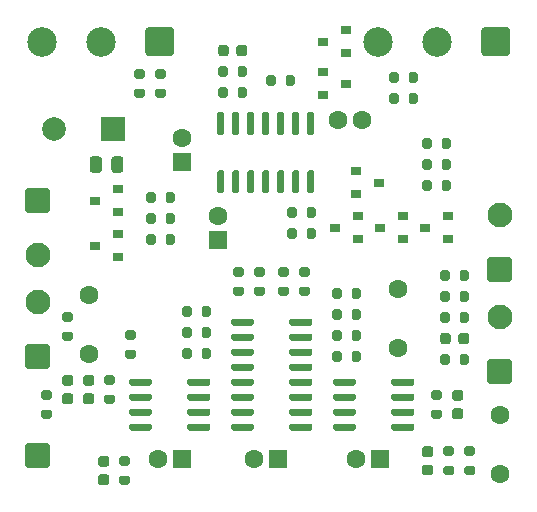
<source format=gbr>
%TF.GenerationSoftware,KiCad,Pcbnew,5.1.9*%
%TF.CreationDate,2021-04-12T02:58:06-04:00*%
%TF.ProjectId,rog_tri-vibe,726f675f-7472-4692-9d76-6962652e6b69,rev?*%
%TF.SameCoordinates,Original*%
%TF.FileFunction,Soldermask,Top*%
%TF.FilePolarity,Negative*%
%FSLAX46Y46*%
G04 Gerber Fmt 4.6, Leading zero omitted, Abs format (unit mm)*
G04 Created by KiCad (PCBNEW 5.1.9) date 2021-04-12 02:58:06*
%MOMM*%
%LPD*%
G01*
G04 APERTURE LIST*
%ADD10C,1.600000*%
%ADD11R,1.600000X1.600000*%
%ADD12C,2.500000*%
%ADD13R,0.900000X0.800000*%
%ADD14C,2.100000*%
%ADD15R,2.000000X2.000000*%
%ADD16C,2.000000*%
G04 APERTURE END LIST*
%TO.C,C18*%
G36*
G01*
X134624000Y-104973000D02*
X135124000Y-104973000D01*
G75*
G02*
X135349000Y-105198000I0J-225000D01*
G01*
X135349000Y-105648000D01*
G75*
G02*
X135124000Y-105873000I-225000J0D01*
G01*
X134624000Y-105873000D01*
G75*
G02*
X134399000Y-105648000I0J225000D01*
G01*
X134399000Y-105198000D01*
G75*
G02*
X134624000Y-104973000I225000J0D01*
G01*
G37*
G36*
G01*
X134624000Y-103423000D02*
X135124000Y-103423000D01*
G75*
G02*
X135349000Y-103648000I0J-225000D01*
G01*
X135349000Y-104098000D01*
G75*
G02*
X135124000Y-104323000I-225000J0D01*
G01*
X134624000Y-104323000D01*
G75*
G02*
X134399000Y-104098000I0J225000D01*
G01*
X134399000Y-103648000D01*
G75*
G02*
X134624000Y-103423000I225000J0D01*
G01*
G37*
%TD*%
%TO.C,C17*%
G36*
G01*
X165866000Y-104693000D02*
X166366000Y-104693000D01*
G75*
G02*
X166591000Y-104918000I0J-225000D01*
G01*
X166591000Y-105368000D01*
G75*
G02*
X166366000Y-105593000I-225000J0D01*
G01*
X165866000Y-105593000D01*
G75*
G02*
X165641000Y-105368000I0J225000D01*
G01*
X165641000Y-104918000D01*
G75*
G02*
X165866000Y-104693000I225000J0D01*
G01*
G37*
G36*
G01*
X165866000Y-106243000D02*
X166366000Y-106243000D01*
G75*
G02*
X166591000Y-106468000I0J-225000D01*
G01*
X166591000Y-106918000D01*
G75*
G02*
X166366000Y-107143000I-225000J0D01*
G01*
X165866000Y-107143000D01*
G75*
G02*
X165641000Y-106918000I0J225000D01*
G01*
X165641000Y-106468000D01*
G75*
G02*
X165866000Y-106243000I225000J0D01*
G01*
G37*
%TD*%
%TO.C,C9*%
G36*
G01*
X145841000Y-76196000D02*
X145841000Y-75696000D01*
G75*
G02*
X146066000Y-75471000I225000J0D01*
G01*
X146516000Y-75471000D01*
G75*
G02*
X146741000Y-75696000I0J-225000D01*
G01*
X146741000Y-76196000D01*
G75*
G02*
X146516000Y-76421000I-225000J0D01*
G01*
X146066000Y-76421000D01*
G75*
G02*
X145841000Y-76196000I0J225000D01*
G01*
G37*
G36*
G01*
X147391000Y-76196000D02*
X147391000Y-75696000D01*
G75*
G02*
X147616000Y-75471000I225000J0D01*
G01*
X148066000Y-75471000D01*
G75*
G02*
X148291000Y-75696000I0J-225000D01*
G01*
X148291000Y-76196000D01*
G75*
G02*
X148066000Y-76421000I-225000J0D01*
G01*
X147616000Y-76421000D01*
G75*
G02*
X147391000Y-76196000I0J225000D01*
G01*
G37*
%TD*%
%TO.C,U4*%
G36*
G01*
X143232000Y-104163000D02*
X143232000Y-103863000D01*
G75*
G02*
X143382000Y-103713000I150000J0D01*
G01*
X145032000Y-103713000D01*
G75*
G02*
X145182000Y-103863000I0J-150000D01*
G01*
X145182000Y-104163000D01*
G75*
G02*
X145032000Y-104313000I-150000J0D01*
G01*
X143382000Y-104313000D01*
G75*
G02*
X143232000Y-104163000I0J150000D01*
G01*
G37*
G36*
G01*
X143232000Y-105433000D02*
X143232000Y-105133000D01*
G75*
G02*
X143382000Y-104983000I150000J0D01*
G01*
X145032000Y-104983000D01*
G75*
G02*
X145182000Y-105133000I0J-150000D01*
G01*
X145182000Y-105433000D01*
G75*
G02*
X145032000Y-105583000I-150000J0D01*
G01*
X143382000Y-105583000D01*
G75*
G02*
X143232000Y-105433000I0J150000D01*
G01*
G37*
G36*
G01*
X143232000Y-106703000D02*
X143232000Y-106403000D01*
G75*
G02*
X143382000Y-106253000I150000J0D01*
G01*
X145032000Y-106253000D01*
G75*
G02*
X145182000Y-106403000I0J-150000D01*
G01*
X145182000Y-106703000D01*
G75*
G02*
X145032000Y-106853000I-150000J0D01*
G01*
X143382000Y-106853000D01*
G75*
G02*
X143232000Y-106703000I0J150000D01*
G01*
G37*
G36*
G01*
X143232000Y-107973000D02*
X143232000Y-107673000D01*
G75*
G02*
X143382000Y-107523000I150000J0D01*
G01*
X145032000Y-107523000D01*
G75*
G02*
X145182000Y-107673000I0J-150000D01*
G01*
X145182000Y-107973000D01*
G75*
G02*
X145032000Y-108123000I-150000J0D01*
G01*
X143382000Y-108123000D01*
G75*
G02*
X143232000Y-107973000I0J150000D01*
G01*
G37*
G36*
G01*
X138282000Y-107973000D02*
X138282000Y-107673000D01*
G75*
G02*
X138432000Y-107523000I150000J0D01*
G01*
X140082000Y-107523000D01*
G75*
G02*
X140232000Y-107673000I0J-150000D01*
G01*
X140232000Y-107973000D01*
G75*
G02*
X140082000Y-108123000I-150000J0D01*
G01*
X138432000Y-108123000D01*
G75*
G02*
X138282000Y-107973000I0J150000D01*
G01*
G37*
G36*
G01*
X138282000Y-106703000D02*
X138282000Y-106403000D01*
G75*
G02*
X138432000Y-106253000I150000J0D01*
G01*
X140082000Y-106253000D01*
G75*
G02*
X140232000Y-106403000I0J-150000D01*
G01*
X140232000Y-106703000D01*
G75*
G02*
X140082000Y-106853000I-150000J0D01*
G01*
X138432000Y-106853000D01*
G75*
G02*
X138282000Y-106703000I0J150000D01*
G01*
G37*
G36*
G01*
X138282000Y-105433000D02*
X138282000Y-105133000D01*
G75*
G02*
X138432000Y-104983000I150000J0D01*
G01*
X140082000Y-104983000D01*
G75*
G02*
X140232000Y-105133000I0J-150000D01*
G01*
X140232000Y-105433000D01*
G75*
G02*
X140082000Y-105583000I-150000J0D01*
G01*
X138432000Y-105583000D01*
G75*
G02*
X138282000Y-105433000I0J150000D01*
G01*
G37*
G36*
G01*
X138282000Y-104163000D02*
X138282000Y-103863000D01*
G75*
G02*
X138432000Y-103713000I150000J0D01*
G01*
X140082000Y-103713000D01*
G75*
G02*
X140232000Y-103863000I0J-150000D01*
G01*
X140232000Y-104163000D01*
G75*
G02*
X140082000Y-104313000I-150000J0D01*
G01*
X138432000Y-104313000D01*
G75*
G02*
X138282000Y-104163000I0J150000D01*
G01*
G37*
%TD*%
%TO.C,U2*%
G36*
G01*
X160504000Y-104163000D02*
X160504000Y-103863000D01*
G75*
G02*
X160654000Y-103713000I150000J0D01*
G01*
X162304000Y-103713000D01*
G75*
G02*
X162454000Y-103863000I0J-150000D01*
G01*
X162454000Y-104163000D01*
G75*
G02*
X162304000Y-104313000I-150000J0D01*
G01*
X160654000Y-104313000D01*
G75*
G02*
X160504000Y-104163000I0J150000D01*
G01*
G37*
G36*
G01*
X160504000Y-105433000D02*
X160504000Y-105133000D01*
G75*
G02*
X160654000Y-104983000I150000J0D01*
G01*
X162304000Y-104983000D01*
G75*
G02*
X162454000Y-105133000I0J-150000D01*
G01*
X162454000Y-105433000D01*
G75*
G02*
X162304000Y-105583000I-150000J0D01*
G01*
X160654000Y-105583000D01*
G75*
G02*
X160504000Y-105433000I0J150000D01*
G01*
G37*
G36*
G01*
X160504000Y-106703000D02*
X160504000Y-106403000D01*
G75*
G02*
X160654000Y-106253000I150000J0D01*
G01*
X162304000Y-106253000D01*
G75*
G02*
X162454000Y-106403000I0J-150000D01*
G01*
X162454000Y-106703000D01*
G75*
G02*
X162304000Y-106853000I-150000J0D01*
G01*
X160654000Y-106853000D01*
G75*
G02*
X160504000Y-106703000I0J150000D01*
G01*
G37*
G36*
G01*
X160504000Y-107973000D02*
X160504000Y-107673000D01*
G75*
G02*
X160654000Y-107523000I150000J0D01*
G01*
X162304000Y-107523000D01*
G75*
G02*
X162454000Y-107673000I0J-150000D01*
G01*
X162454000Y-107973000D01*
G75*
G02*
X162304000Y-108123000I-150000J0D01*
G01*
X160654000Y-108123000D01*
G75*
G02*
X160504000Y-107973000I0J150000D01*
G01*
G37*
G36*
G01*
X155554000Y-107973000D02*
X155554000Y-107673000D01*
G75*
G02*
X155704000Y-107523000I150000J0D01*
G01*
X157354000Y-107523000D01*
G75*
G02*
X157504000Y-107673000I0J-150000D01*
G01*
X157504000Y-107973000D01*
G75*
G02*
X157354000Y-108123000I-150000J0D01*
G01*
X155704000Y-108123000D01*
G75*
G02*
X155554000Y-107973000I0J150000D01*
G01*
G37*
G36*
G01*
X155554000Y-106703000D02*
X155554000Y-106403000D01*
G75*
G02*
X155704000Y-106253000I150000J0D01*
G01*
X157354000Y-106253000D01*
G75*
G02*
X157504000Y-106403000I0J-150000D01*
G01*
X157504000Y-106703000D01*
G75*
G02*
X157354000Y-106853000I-150000J0D01*
G01*
X155704000Y-106853000D01*
G75*
G02*
X155554000Y-106703000I0J150000D01*
G01*
G37*
G36*
G01*
X155554000Y-105433000D02*
X155554000Y-105133000D01*
G75*
G02*
X155704000Y-104983000I150000J0D01*
G01*
X157354000Y-104983000D01*
G75*
G02*
X157504000Y-105133000I0J-150000D01*
G01*
X157504000Y-105433000D01*
G75*
G02*
X157354000Y-105583000I-150000J0D01*
G01*
X155704000Y-105583000D01*
G75*
G02*
X155554000Y-105433000I0J150000D01*
G01*
G37*
G36*
G01*
X155554000Y-104163000D02*
X155554000Y-103863000D01*
G75*
G02*
X155704000Y-103713000I150000J0D01*
G01*
X157354000Y-103713000D01*
G75*
G02*
X157504000Y-103863000I0J-150000D01*
G01*
X157504000Y-104163000D01*
G75*
G02*
X157354000Y-104313000I-150000J0D01*
G01*
X155704000Y-104313000D01*
G75*
G02*
X155554000Y-104163000I0J150000D01*
G01*
G37*
%TD*%
D10*
%TO.C,C16*%
X157512000Y-110490000D03*
D11*
X159512000Y-110490000D03*
%TD*%
%TO.C,U3*%
G36*
G01*
X151868000Y-99083000D02*
X151868000Y-98783000D01*
G75*
G02*
X152018000Y-98633000I150000J0D01*
G01*
X153668000Y-98633000D01*
G75*
G02*
X153818000Y-98783000I0J-150000D01*
G01*
X153818000Y-99083000D01*
G75*
G02*
X153668000Y-99233000I-150000J0D01*
G01*
X152018000Y-99233000D01*
G75*
G02*
X151868000Y-99083000I0J150000D01*
G01*
G37*
G36*
G01*
X151868000Y-100353000D02*
X151868000Y-100053000D01*
G75*
G02*
X152018000Y-99903000I150000J0D01*
G01*
X153668000Y-99903000D01*
G75*
G02*
X153818000Y-100053000I0J-150000D01*
G01*
X153818000Y-100353000D01*
G75*
G02*
X153668000Y-100503000I-150000J0D01*
G01*
X152018000Y-100503000D01*
G75*
G02*
X151868000Y-100353000I0J150000D01*
G01*
G37*
G36*
G01*
X151868000Y-101623000D02*
X151868000Y-101323000D01*
G75*
G02*
X152018000Y-101173000I150000J0D01*
G01*
X153668000Y-101173000D01*
G75*
G02*
X153818000Y-101323000I0J-150000D01*
G01*
X153818000Y-101623000D01*
G75*
G02*
X153668000Y-101773000I-150000J0D01*
G01*
X152018000Y-101773000D01*
G75*
G02*
X151868000Y-101623000I0J150000D01*
G01*
G37*
G36*
G01*
X151868000Y-102893000D02*
X151868000Y-102593000D01*
G75*
G02*
X152018000Y-102443000I150000J0D01*
G01*
X153668000Y-102443000D01*
G75*
G02*
X153818000Y-102593000I0J-150000D01*
G01*
X153818000Y-102893000D01*
G75*
G02*
X153668000Y-103043000I-150000J0D01*
G01*
X152018000Y-103043000D01*
G75*
G02*
X151868000Y-102893000I0J150000D01*
G01*
G37*
G36*
G01*
X151868000Y-104163000D02*
X151868000Y-103863000D01*
G75*
G02*
X152018000Y-103713000I150000J0D01*
G01*
X153668000Y-103713000D01*
G75*
G02*
X153818000Y-103863000I0J-150000D01*
G01*
X153818000Y-104163000D01*
G75*
G02*
X153668000Y-104313000I-150000J0D01*
G01*
X152018000Y-104313000D01*
G75*
G02*
X151868000Y-104163000I0J150000D01*
G01*
G37*
G36*
G01*
X151868000Y-105433000D02*
X151868000Y-105133000D01*
G75*
G02*
X152018000Y-104983000I150000J0D01*
G01*
X153668000Y-104983000D01*
G75*
G02*
X153818000Y-105133000I0J-150000D01*
G01*
X153818000Y-105433000D01*
G75*
G02*
X153668000Y-105583000I-150000J0D01*
G01*
X152018000Y-105583000D01*
G75*
G02*
X151868000Y-105433000I0J150000D01*
G01*
G37*
G36*
G01*
X151868000Y-106703000D02*
X151868000Y-106403000D01*
G75*
G02*
X152018000Y-106253000I150000J0D01*
G01*
X153668000Y-106253000D01*
G75*
G02*
X153818000Y-106403000I0J-150000D01*
G01*
X153818000Y-106703000D01*
G75*
G02*
X153668000Y-106853000I-150000J0D01*
G01*
X152018000Y-106853000D01*
G75*
G02*
X151868000Y-106703000I0J150000D01*
G01*
G37*
G36*
G01*
X151868000Y-107973000D02*
X151868000Y-107673000D01*
G75*
G02*
X152018000Y-107523000I150000J0D01*
G01*
X153668000Y-107523000D01*
G75*
G02*
X153818000Y-107673000I0J-150000D01*
G01*
X153818000Y-107973000D01*
G75*
G02*
X153668000Y-108123000I-150000J0D01*
G01*
X152018000Y-108123000D01*
G75*
G02*
X151868000Y-107973000I0J150000D01*
G01*
G37*
G36*
G01*
X146918000Y-107973000D02*
X146918000Y-107673000D01*
G75*
G02*
X147068000Y-107523000I150000J0D01*
G01*
X148718000Y-107523000D01*
G75*
G02*
X148868000Y-107673000I0J-150000D01*
G01*
X148868000Y-107973000D01*
G75*
G02*
X148718000Y-108123000I-150000J0D01*
G01*
X147068000Y-108123000D01*
G75*
G02*
X146918000Y-107973000I0J150000D01*
G01*
G37*
G36*
G01*
X146918000Y-106703000D02*
X146918000Y-106403000D01*
G75*
G02*
X147068000Y-106253000I150000J0D01*
G01*
X148718000Y-106253000D01*
G75*
G02*
X148868000Y-106403000I0J-150000D01*
G01*
X148868000Y-106703000D01*
G75*
G02*
X148718000Y-106853000I-150000J0D01*
G01*
X147068000Y-106853000D01*
G75*
G02*
X146918000Y-106703000I0J150000D01*
G01*
G37*
G36*
G01*
X146918000Y-105433000D02*
X146918000Y-105133000D01*
G75*
G02*
X147068000Y-104983000I150000J0D01*
G01*
X148718000Y-104983000D01*
G75*
G02*
X148868000Y-105133000I0J-150000D01*
G01*
X148868000Y-105433000D01*
G75*
G02*
X148718000Y-105583000I-150000J0D01*
G01*
X147068000Y-105583000D01*
G75*
G02*
X146918000Y-105433000I0J150000D01*
G01*
G37*
G36*
G01*
X146918000Y-104163000D02*
X146918000Y-103863000D01*
G75*
G02*
X147068000Y-103713000I150000J0D01*
G01*
X148718000Y-103713000D01*
G75*
G02*
X148868000Y-103863000I0J-150000D01*
G01*
X148868000Y-104163000D01*
G75*
G02*
X148718000Y-104313000I-150000J0D01*
G01*
X147068000Y-104313000D01*
G75*
G02*
X146918000Y-104163000I0J150000D01*
G01*
G37*
G36*
G01*
X146918000Y-102893000D02*
X146918000Y-102593000D01*
G75*
G02*
X147068000Y-102443000I150000J0D01*
G01*
X148718000Y-102443000D01*
G75*
G02*
X148868000Y-102593000I0J-150000D01*
G01*
X148868000Y-102893000D01*
G75*
G02*
X148718000Y-103043000I-150000J0D01*
G01*
X147068000Y-103043000D01*
G75*
G02*
X146918000Y-102893000I0J150000D01*
G01*
G37*
G36*
G01*
X146918000Y-101623000D02*
X146918000Y-101323000D01*
G75*
G02*
X147068000Y-101173000I150000J0D01*
G01*
X148718000Y-101173000D01*
G75*
G02*
X148868000Y-101323000I0J-150000D01*
G01*
X148868000Y-101623000D01*
G75*
G02*
X148718000Y-101773000I-150000J0D01*
G01*
X147068000Y-101773000D01*
G75*
G02*
X146918000Y-101623000I0J150000D01*
G01*
G37*
G36*
G01*
X146918000Y-100353000D02*
X146918000Y-100053000D01*
G75*
G02*
X147068000Y-99903000I150000J0D01*
G01*
X148718000Y-99903000D01*
G75*
G02*
X148868000Y-100053000I0J-150000D01*
G01*
X148868000Y-100353000D01*
G75*
G02*
X148718000Y-100503000I-150000J0D01*
G01*
X147068000Y-100503000D01*
G75*
G02*
X146918000Y-100353000I0J150000D01*
G01*
G37*
G36*
G01*
X146918000Y-99083000D02*
X146918000Y-98783000D01*
G75*
G02*
X147068000Y-98633000I150000J0D01*
G01*
X148718000Y-98633000D01*
G75*
G02*
X148868000Y-98783000I0J-150000D01*
G01*
X148868000Y-99083000D01*
G75*
G02*
X148718000Y-99233000I-150000J0D01*
G01*
X147068000Y-99233000D01*
G75*
G02*
X146918000Y-99083000I0J150000D01*
G01*
G37*
%TD*%
%TO.C,U1*%
G36*
G01*
X146200000Y-88032000D02*
X145900000Y-88032000D01*
G75*
G02*
X145750000Y-87882000I0J150000D01*
G01*
X145750000Y-86232000D01*
G75*
G02*
X145900000Y-86082000I150000J0D01*
G01*
X146200000Y-86082000D01*
G75*
G02*
X146350000Y-86232000I0J-150000D01*
G01*
X146350000Y-87882000D01*
G75*
G02*
X146200000Y-88032000I-150000J0D01*
G01*
G37*
G36*
G01*
X147470000Y-88032000D02*
X147170000Y-88032000D01*
G75*
G02*
X147020000Y-87882000I0J150000D01*
G01*
X147020000Y-86232000D01*
G75*
G02*
X147170000Y-86082000I150000J0D01*
G01*
X147470000Y-86082000D01*
G75*
G02*
X147620000Y-86232000I0J-150000D01*
G01*
X147620000Y-87882000D01*
G75*
G02*
X147470000Y-88032000I-150000J0D01*
G01*
G37*
G36*
G01*
X148740000Y-88032000D02*
X148440000Y-88032000D01*
G75*
G02*
X148290000Y-87882000I0J150000D01*
G01*
X148290000Y-86232000D01*
G75*
G02*
X148440000Y-86082000I150000J0D01*
G01*
X148740000Y-86082000D01*
G75*
G02*
X148890000Y-86232000I0J-150000D01*
G01*
X148890000Y-87882000D01*
G75*
G02*
X148740000Y-88032000I-150000J0D01*
G01*
G37*
G36*
G01*
X150010000Y-88032000D02*
X149710000Y-88032000D01*
G75*
G02*
X149560000Y-87882000I0J150000D01*
G01*
X149560000Y-86232000D01*
G75*
G02*
X149710000Y-86082000I150000J0D01*
G01*
X150010000Y-86082000D01*
G75*
G02*
X150160000Y-86232000I0J-150000D01*
G01*
X150160000Y-87882000D01*
G75*
G02*
X150010000Y-88032000I-150000J0D01*
G01*
G37*
G36*
G01*
X151280000Y-88032000D02*
X150980000Y-88032000D01*
G75*
G02*
X150830000Y-87882000I0J150000D01*
G01*
X150830000Y-86232000D01*
G75*
G02*
X150980000Y-86082000I150000J0D01*
G01*
X151280000Y-86082000D01*
G75*
G02*
X151430000Y-86232000I0J-150000D01*
G01*
X151430000Y-87882000D01*
G75*
G02*
X151280000Y-88032000I-150000J0D01*
G01*
G37*
G36*
G01*
X152550000Y-88032000D02*
X152250000Y-88032000D01*
G75*
G02*
X152100000Y-87882000I0J150000D01*
G01*
X152100000Y-86232000D01*
G75*
G02*
X152250000Y-86082000I150000J0D01*
G01*
X152550000Y-86082000D01*
G75*
G02*
X152700000Y-86232000I0J-150000D01*
G01*
X152700000Y-87882000D01*
G75*
G02*
X152550000Y-88032000I-150000J0D01*
G01*
G37*
G36*
G01*
X153820000Y-88032000D02*
X153520000Y-88032000D01*
G75*
G02*
X153370000Y-87882000I0J150000D01*
G01*
X153370000Y-86232000D01*
G75*
G02*
X153520000Y-86082000I150000J0D01*
G01*
X153820000Y-86082000D01*
G75*
G02*
X153970000Y-86232000I0J-150000D01*
G01*
X153970000Y-87882000D01*
G75*
G02*
X153820000Y-88032000I-150000J0D01*
G01*
G37*
G36*
G01*
X153820000Y-83082000D02*
X153520000Y-83082000D01*
G75*
G02*
X153370000Y-82932000I0J150000D01*
G01*
X153370000Y-81282000D01*
G75*
G02*
X153520000Y-81132000I150000J0D01*
G01*
X153820000Y-81132000D01*
G75*
G02*
X153970000Y-81282000I0J-150000D01*
G01*
X153970000Y-82932000D01*
G75*
G02*
X153820000Y-83082000I-150000J0D01*
G01*
G37*
G36*
G01*
X152550000Y-83082000D02*
X152250000Y-83082000D01*
G75*
G02*
X152100000Y-82932000I0J150000D01*
G01*
X152100000Y-81282000D01*
G75*
G02*
X152250000Y-81132000I150000J0D01*
G01*
X152550000Y-81132000D01*
G75*
G02*
X152700000Y-81282000I0J-150000D01*
G01*
X152700000Y-82932000D01*
G75*
G02*
X152550000Y-83082000I-150000J0D01*
G01*
G37*
G36*
G01*
X151280000Y-83082000D02*
X150980000Y-83082000D01*
G75*
G02*
X150830000Y-82932000I0J150000D01*
G01*
X150830000Y-81282000D01*
G75*
G02*
X150980000Y-81132000I150000J0D01*
G01*
X151280000Y-81132000D01*
G75*
G02*
X151430000Y-81282000I0J-150000D01*
G01*
X151430000Y-82932000D01*
G75*
G02*
X151280000Y-83082000I-150000J0D01*
G01*
G37*
G36*
G01*
X150010000Y-83082000D02*
X149710000Y-83082000D01*
G75*
G02*
X149560000Y-82932000I0J150000D01*
G01*
X149560000Y-81282000D01*
G75*
G02*
X149710000Y-81132000I150000J0D01*
G01*
X150010000Y-81132000D01*
G75*
G02*
X150160000Y-81282000I0J-150000D01*
G01*
X150160000Y-82932000D01*
G75*
G02*
X150010000Y-83082000I-150000J0D01*
G01*
G37*
G36*
G01*
X148740000Y-83082000D02*
X148440000Y-83082000D01*
G75*
G02*
X148290000Y-82932000I0J150000D01*
G01*
X148290000Y-81282000D01*
G75*
G02*
X148440000Y-81132000I150000J0D01*
G01*
X148740000Y-81132000D01*
G75*
G02*
X148890000Y-81282000I0J-150000D01*
G01*
X148890000Y-82932000D01*
G75*
G02*
X148740000Y-83082000I-150000J0D01*
G01*
G37*
G36*
G01*
X147470000Y-83082000D02*
X147170000Y-83082000D01*
G75*
G02*
X147020000Y-82932000I0J150000D01*
G01*
X147020000Y-81282000D01*
G75*
G02*
X147170000Y-81132000I150000J0D01*
G01*
X147470000Y-81132000D01*
G75*
G02*
X147620000Y-81282000I0J-150000D01*
G01*
X147620000Y-82932000D01*
G75*
G02*
X147470000Y-83082000I-150000J0D01*
G01*
G37*
G36*
G01*
X146200000Y-83082000D02*
X145900000Y-83082000D01*
G75*
G02*
X145750000Y-82932000I0J150000D01*
G01*
X145750000Y-81282000D01*
G75*
G02*
X145900000Y-81132000I150000J0D01*
G01*
X146200000Y-81132000D01*
G75*
G02*
X146350000Y-81282000I0J-150000D01*
G01*
X146350000Y-82932000D01*
G75*
G02*
X146200000Y-83082000I-150000J0D01*
G01*
G37*
%TD*%
%TO.C,RV2*%
G36*
G01*
X168088000Y-76059000D02*
X168088000Y-74309000D01*
G75*
G02*
X168463000Y-73934000I375000J0D01*
G01*
X170213000Y-73934000D01*
G75*
G02*
X170588000Y-74309000I0J-375000D01*
G01*
X170588000Y-76059000D01*
G75*
G02*
X170213000Y-76434000I-375000J0D01*
G01*
X168463000Y-76434000D01*
G75*
G02*
X168088000Y-76059000I0J375000D01*
G01*
G37*
D12*
X159338000Y-75184000D03*
X164338000Y-75184000D03*
%TD*%
%TO.C,RV1*%
G36*
G01*
X139640000Y-76059000D02*
X139640000Y-74309000D01*
G75*
G02*
X140015000Y-73934000I375000J0D01*
G01*
X141765000Y-73934000D01*
G75*
G02*
X142140000Y-74309000I0J-375000D01*
G01*
X142140000Y-76059000D01*
G75*
G02*
X141765000Y-76434000I-375000J0D01*
G01*
X140015000Y-76434000D01*
G75*
G02*
X139640000Y-76059000I0J375000D01*
G01*
G37*
X130890000Y-75184000D03*
X135890000Y-75184000D03*
%TD*%
%TO.C,R40*%
G36*
G01*
X132821000Y-98089000D02*
X133371000Y-98089000D01*
G75*
G02*
X133571000Y-98289000I0J-200000D01*
G01*
X133571000Y-98689000D01*
G75*
G02*
X133371000Y-98889000I-200000J0D01*
G01*
X132821000Y-98889000D01*
G75*
G02*
X132621000Y-98689000I0J200000D01*
G01*
X132621000Y-98289000D01*
G75*
G02*
X132821000Y-98089000I200000J0D01*
G01*
G37*
G36*
G01*
X132821000Y-99739000D02*
X133371000Y-99739000D01*
G75*
G02*
X133571000Y-99939000I0J-200000D01*
G01*
X133571000Y-100339000D01*
G75*
G02*
X133371000Y-100539000I-200000J0D01*
G01*
X132821000Y-100539000D01*
G75*
G02*
X132621000Y-100339000I0J200000D01*
G01*
X132621000Y-99939000D01*
G75*
G02*
X132821000Y-99739000I200000J0D01*
G01*
G37*
%TD*%
%TO.C,R39*%
G36*
G01*
X152483000Y-89387000D02*
X152483000Y-89937000D01*
G75*
G02*
X152283000Y-90137000I-200000J0D01*
G01*
X151883000Y-90137000D01*
G75*
G02*
X151683000Y-89937000I0J200000D01*
G01*
X151683000Y-89387000D01*
G75*
G02*
X151883000Y-89187000I200000J0D01*
G01*
X152283000Y-89187000D01*
G75*
G02*
X152483000Y-89387000I0J-200000D01*
G01*
G37*
G36*
G01*
X154133000Y-89387000D02*
X154133000Y-89937000D01*
G75*
G02*
X153933000Y-90137000I-200000J0D01*
G01*
X153533000Y-90137000D01*
G75*
G02*
X153333000Y-89937000I0J200000D01*
G01*
X153333000Y-89387000D01*
G75*
G02*
X153533000Y-89187000I200000J0D01*
G01*
X153933000Y-89187000D01*
G75*
G02*
X154133000Y-89387000I0J-200000D01*
G01*
G37*
%TD*%
%TO.C,R38*%
G36*
G01*
X153333000Y-91715000D02*
X153333000Y-91165000D01*
G75*
G02*
X153533000Y-90965000I200000J0D01*
G01*
X153933000Y-90965000D01*
G75*
G02*
X154133000Y-91165000I0J-200000D01*
G01*
X154133000Y-91715000D01*
G75*
G02*
X153933000Y-91915000I-200000J0D01*
G01*
X153533000Y-91915000D01*
G75*
G02*
X153333000Y-91715000I0J200000D01*
G01*
G37*
G36*
G01*
X151683000Y-91715000D02*
X151683000Y-91165000D01*
G75*
G02*
X151883000Y-90965000I200000J0D01*
G01*
X152283000Y-90965000D01*
G75*
G02*
X152483000Y-91165000I0J-200000D01*
G01*
X152483000Y-91715000D01*
G75*
G02*
X152283000Y-91915000I-200000J0D01*
G01*
X151883000Y-91915000D01*
G75*
G02*
X151683000Y-91715000I0J200000D01*
G01*
G37*
%TD*%
%TO.C,R37*%
G36*
G01*
X136377000Y-105073000D02*
X136927000Y-105073000D01*
G75*
G02*
X137127000Y-105273000I0J-200000D01*
G01*
X137127000Y-105673000D01*
G75*
G02*
X136927000Y-105873000I-200000J0D01*
G01*
X136377000Y-105873000D01*
G75*
G02*
X136177000Y-105673000I0J200000D01*
G01*
X136177000Y-105273000D01*
G75*
G02*
X136377000Y-105073000I200000J0D01*
G01*
G37*
G36*
G01*
X136377000Y-103423000D02*
X136927000Y-103423000D01*
G75*
G02*
X137127000Y-103623000I0J-200000D01*
G01*
X137127000Y-104023000D01*
G75*
G02*
X136927000Y-104223000I-200000J0D01*
G01*
X136377000Y-104223000D01*
G75*
G02*
X136177000Y-104023000I0J200000D01*
G01*
X136177000Y-103623000D01*
G75*
G02*
X136377000Y-103423000I200000J0D01*
G01*
G37*
%TD*%
%TO.C,R36*%
G36*
G01*
X131043000Y-104693000D02*
X131593000Y-104693000D01*
G75*
G02*
X131793000Y-104893000I0J-200000D01*
G01*
X131793000Y-105293000D01*
G75*
G02*
X131593000Y-105493000I-200000J0D01*
G01*
X131043000Y-105493000D01*
G75*
G02*
X130843000Y-105293000I0J200000D01*
G01*
X130843000Y-104893000D01*
G75*
G02*
X131043000Y-104693000I200000J0D01*
G01*
G37*
G36*
G01*
X131043000Y-106343000D02*
X131593000Y-106343000D01*
G75*
G02*
X131793000Y-106543000I0J-200000D01*
G01*
X131793000Y-106943000D01*
G75*
G02*
X131593000Y-107143000I-200000J0D01*
G01*
X131043000Y-107143000D01*
G75*
G02*
X130843000Y-106943000I0J200000D01*
G01*
X130843000Y-106543000D01*
G75*
G02*
X131043000Y-106343000I200000J0D01*
G01*
G37*
%TD*%
%TO.C,R35*%
G36*
G01*
X137647000Y-111931000D02*
X138197000Y-111931000D01*
G75*
G02*
X138397000Y-112131000I0J-200000D01*
G01*
X138397000Y-112531000D01*
G75*
G02*
X138197000Y-112731000I-200000J0D01*
G01*
X137647000Y-112731000D01*
G75*
G02*
X137447000Y-112531000I0J200000D01*
G01*
X137447000Y-112131000D01*
G75*
G02*
X137647000Y-111931000I200000J0D01*
G01*
G37*
G36*
G01*
X137647000Y-110281000D02*
X138197000Y-110281000D01*
G75*
G02*
X138397000Y-110481000I0J-200000D01*
G01*
X138397000Y-110881000D01*
G75*
G02*
X138197000Y-111081000I-200000J0D01*
G01*
X137647000Y-111081000D01*
G75*
G02*
X137447000Y-110881000I0J200000D01*
G01*
X137447000Y-110481000D01*
G75*
G02*
X137647000Y-110281000I200000J0D01*
G01*
G37*
%TD*%
%TO.C,R34*%
G36*
G01*
X138705000Y-100413000D02*
X138155000Y-100413000D01*
G75*
G02*
X137955000Y-100213000I0J200000D01*
G01*
X137955000Y-99813000D01*
G75*
G02*
X138155000Y-99613000I200000J0D01*
G01*
X138705000Y-99613000D01*
G75*
G02*
X138905000Y-99813000I0J-200000D01*
G01*
X138905000Y-100213000D01*
G75*
G02*
X138705000Y-100413000I-200000J0D01*
G01*
G37*
G36*
G01*
X138705000Y-102063000D02*
X138155000Y-102063000D01*
G75*
G02*
X137955000Y-101863000I0J200000D01*
G01*
X137955000Y-101463000D01*
G75*
G02*
X138155000Y-101263000I200000J0D01*
G01*
X138705000Y-101263000D01*
G75*
G02*
X138905000Y-101463000I0J-200000D01*
G01*
X138905000Y-101863000D01*
G75*
G02*
X138705000Y-102063000I-200000J0D01*
G01*
G37*
%TD*%
%TO.C,R33*%
G36*
G01*
X164763000Y-84095000D02*
X164763000Y-83545000D01*
G75*
G02*
X164963000Y-83345000I200000J0D01*
G01*
X165363000Y-83345000D01*
G75*
G02*
X165563000Y-83545000I0J-200000D01*
G01*
X165563000Y-84095000D01*
G75*
G02*
X165363000Y-84295000I-200000J0D01*
G01*
X164963000Y-84295000D01*
G75*
G02*
X164763000Y-84095000I0J200000D01*
G01*
G37*
G36*
G01*
X163113000Y-84095000D02*
X163113000Y-83545000D01*
G75*
G02*
X163313000Y-83345000I200000J0D01*
G01*
X163713000Y-83345000D01*
G75*
G02*
X163913000Y-83545000I0J-200000D01*
G01*
X163913000Y-84095000D01*
G75*
G02*
X163713000Y-84295000I-200000J0D01*
G01*
X163313000Y-84295000D01*
G75*
G02*
X163113000Y-84095000I0J200000D01*
G01*
G37*
%TD*%
%TO.C,R32*%
G36*
G01*
X161969000Y-78507000D02*
X161969000Y-77957000D01*
G75*
G02*
X162169000Y-77757000I200000J0D01*
G01*
X162569000Y-77757000D01*
G75*
G02*
X162769000Y-77957000I0J-200000D01*
G01*
X162769000Y-78507000D01*
G75*
G02*
X162569000Y-78707000I-200000J0D01*
G01*
X162169000Y-78707000D01*
G75*
G02*
X161969000Y-78507000I0J200000D01*
G01*
G37*
G36*
G01*
X160319000Y-78507000D02*
X160319000Y-77957000D01*
G75*
G02*
X160519000Y-77757000I200000J0D01*
G01*
X160919000Y-77757000D01*
G75*
G02*
X161119000Y-77957000I0J-200000D01*
G01*
X161119000Y-78507000D01*
G75*
G02*
X160919000Y-78707000I-200000J0D01*
G01*
X160519000Y-78707000D01*
G75*
G02*
X160319000Y-78507000I0J200000D01*
G01*
G37*
%TD*%
%TO.C,R31*%
G36*
G01*
X164763000Y-85873000D02*
X164763000Y-85323000D01*
G75*
G02*
X164963000Y-85123000I200000J0D01*
G01*
X165363000Y-85123000D01*
G75*
G02*
X165563000Y-85323000I0J-200000D01*
G01*
X165563000Y-85873000D01*
G75*
G02*
X165363000Y-86073000I-200000J0D01*
G01*
X164963000Y-86073000D01*
G75*
G02*
X164763000Y-85873000I0J200000D01*
G01*
G37*
G36*
G01*
X163113000Y-85873000D02*
X163113000Y-85323000D01*
G75*
G02*
X163313000Y-85123000I200000J0D01*
G01*
X163713000Y-85123000D01*
G75*
G02*
X163913000Y-85323000I0J-200000D01*
G01*
X163913000Y-85873000D01*
G75*
G02*
X163713000Y-86073000I-200000J0D01*
G01*
X163313000Y-86073000D01*
G75*
G02*
X163113000Y-85873000I0J200000D01*
G01*
G37*
%TD*%
%TO.C,R30*%
G36*
G01*
X164763000Y-87651000D02*
X164763000Y-87101000D01*
G75*
G02*
X164963000Y-86901000I200000J0D01*
G01*
X165363000Y-86901000D01*
G75*
G02*
X165563000Y-87101000I0J-200000D01*
G01*
X165563000Y-87651000D01*
G75*
G02*
X165363000Y-87851000I-200000J0D01*
G01*
X164963000Y-87851000D01*
G75*
G02*
X164763000Y-87651000I0J200000D01*
G01*
G37*
G36*
G01*
X163113000Y-87651000D02*
X163113000Y-87101000D01*
G75*
G02*
X163313000Y-86901000I200000J0D01*
G01*
X163713000Y-86901000D01*
G75*
G02*
X163913000Y-87101000I0J-200000D01*
G01*
X163913000Y-87651000D01*
G75*
G02*
X163713000Y-87851000I-200000J0D01*
G01*
X163313000Y-87851000D01*
G75*
G02*
X163113000Y-87651000I0J200000D01*
G01*
G37*
%TD*%
%TO.C,R29*%
G36*
G01*
X147849000Y-95079000D02*
X147299000Y-95079000D01*
G75*
G02*
X147099000Y-94879000I0J200000D01*
G01*
X147099000Y-94479000D01*
G75*
G02*
X147299000Y-94279000I200000J0D01*
G01*
X147849000Y-94279000D01*
G75*
G02*
X148049000Y-94479000I0J-200000D01*
G01*
X148049000Y-94879000D01*
G75*
G02*
X147849000Y-95079000I-200000J0D01*
G01*
G37*
G36*
G01*
X147849000Y-96729000D02*
X147299000Y-96729000D01*
G75*
G02*
X147099000Y-96529000I0J200000D01*
G01*
X147099000Y-96129000D01*
G75*
G02*
X147299000Y-95929000I200000J0D01*
G01*
X147849000Y-95929000D01*
G75*
G02*
X148049000Y-96129000I0J-200000D01*
G01*
X148049000Y-96529000D01*
G75*
G02*
X147849000Y-96729000I-200000J0D01*
G01*
G37*
%TD*%
%TO.C,R28*%
G36*
G01*
X161969000Y-80285000D02*
X161969000Y-79735000D01*
G75*
G02*
X162169000Y-79535000I200000J0D01*
G01*
X162569000Y-79535000D01*
G75*
G02*
X162769000Y-79735000I0J-200000D01*
G01*
X162769000Y-80285000D01*
G75*
G02*
X162569000Y-80485000I-200000J0D01*
G01*
X162169000Y-80485000D01*
G75*
G02*
X161969000Y-80285000I0J200000D01*
G01*
G37*
G36*
G01*
X160319000Y-80285000D02*
X160319000Y-79735000D01*
G75*
G02*
X160519000Y-79535000I200000J0D01*
G01*
X160919000Y-79535000D01*
G75*
G02*
X161119000Y-79735000I0J-200000D01*
G01*
X161119000Y-80285000D01*
G75*
G02*
X160919000Y-80485000I-200000J0D01*
G01*
X160519000Y-80485000D01*
G75*
G02*
X160319000Y-80285000I0J200000D01*
G01*
G37*
%TD*%
%TO.C,R27*%
G36*
G01*
X142793000Y-101875000D02*
X142793000Y-101325000D01*
G75*
G02*
X142993000Y-101125000I200000J0D01*
G01*
X143393000Y-101125000D01*
G75*
G02*
X143593000Y-101325000I0J-200000D01*
G01*
X143593000Y-101875000D01*
G75*
G02*
X143393000Y-102075000I-200000J0D01*
G01*
X142993000Y-102075000D01*
G75*
G02*
X142793000Y-101875000I0J200000D01*
G01*
G37*
G36*
G01*
X144443000Y-101875000D02*
X144443000Y-101325000D01*
G75*
G02*
X144643000Y-101125000I200000J0D01*
G01*
X145043000Y-101125000D01*
G75*
G02*
X145243000Y-101325000I0J-200000D01*
G01*
X145243000Y-101875000D01*
G75*
G02*
X145043000Y-102075000I-200000J0D01*
G01*
X144643000Y-102075000D01*
G75*
G02*
X144443000Y-101875000I0J200000D01*
G01*
G37*
%TD*%
%TO.C,R26*%
G36*
G01*
X144443000Y-98319000D02*
X144443000Y-97769000D01*
G75*
G02*
X144643000Y-97569000I200000J0D01*
G01*
X145043000Y-97569000D01*
G75*
G02*
X145243000Y-97769000I0J-200000D01*
G01*
X145243000Y-98319000D01*
G75*
G02*
X145043000Y-98519000I-200000J0D01*
G01*
X144643000Y-98519000D01*
G75*
G02*
X144443000Y-98319000I0J200000D01*
G01*
G37*
G36*
G01*
X142793000Y-98319000D02*
X142793000Y-97769000D01*
G75*
G02*
X142993000Y-97569000I200000J0D01*
G01*
X143393000Y-97569000D01*
G75*
G02*
X143593000Y-97769000I0J-200000D01*
G01*
X143593000Y-98319000D01*
G75*
G02*
X143393000Y-98519000I-200000J0D01*
G01*
X142993000Y-98519000D01*
G75*
G02*
X142793000Y-98319000I0J200000D01*
G01*
G37*
%TD*%
%TO.C,R25*%
G36*
G01*
X149627000Y-96729000D02*
X149077000Y-96729000D01*
G75*
G02*
X148877000Y-96529000I0J200000D01*
G01*
X148877000Y-96129000D01*
G75*
G02*
X149077000Y-95929000I200000J0D01*
G01*
X149627000Y-95929000D01*
G75*
G02*
X149827000Y-96129000I0J-200000D01*
G01*
X149827000Y-96529000D01*
G75*
G02*
X149627000Y-96729000I-200000J0D01*
G01*
G37*
G36*
G01*
X149627000Y-95079000D02*
X149077000Y-95079000D01*
G75*
G02*
X148877000Y-94879000I0J200000D01*
G01*
X148877000Y-94479000D01*
G75*
G02*
X149077000Y-94279000I200000J0D01*
G01*
X149627000Y-94279000D01*
G75*
G02*
X149827000Y-94479000I0J-200000D01*
G01*
X149827000Y-94879000D01*
G75*
G02*
X149627000Y-95079000I-200000J0D01*
G01*
G37*
%TD*%
%TO.C,R24*%
G36*
G01*
X144443000Y-100097000D02*
X144443000Y-99547000D01*
G75*
G02*
X144643000Y-99347000I200000J0D01*
G01*
X145043000Y-99347000D01*
G75*
G02*
X145243000Y-99547000I0J-200000D01*
G01*
X145243000Y-100097000D01*
G75*
G02*
X145043000Y-100297000I-200000J0D01*
G01*
X144643000Y-100297000D01*
G75*
G02*
X144443000Y-100097000I0J200000D01*
G01*
G37*
G36*
G01*
X142793000Y-100097000D02*
X142793000Y-99547000D01*
G75*
G02*
X142993000Y-99347000I200000J0D01*
G01*
X143393000Y-99347000D01*
G75*
G02*
X143593000Y-99547000I0J-200000D01*
G01*
X143593000Y-100097000D01*
G75*
G02*
X143393000Y-100297000I-200000J0D01*
G01*
X142993000Y-100297000D01*
G75*
G02*
X142793000Y-100097000I0J200000D01*
G01*
G37*
%TD*%
%TO.C,R23*%
G36*
G01*
X139467000Y-78315000D02*
X138917000Y-78315000D01*
G75*
G02*
X138717000Y-78115000I0J200000D01*
G01*
X138717000Y-77715000D01*
G75*
G02*
X138917000Y-77515000I200000J0D01*
G01*
X139467000Y-77515000D01*
G75*
G02*
X139667000Y-77715000I0J-200000D01*
G01*
X139667000Y-78115000D01*
G75*
G02*
X139467000Y-78315000I-200000J0D01*
G01*
G37*
G36*
G01*
X139467000Y-79965000D02*
X138917000Y-79965000D01*
G75*
G02*
X138717000Y-79765000I0J200000D01*
G01*
X138717000Y-79365000D01*
G75*
G02*
X138917000Y-79165000I200000J0D01*
G01*
X139467000Y-79165000D01*
G75*
G02*
X139667000Y-79365000I0J-200000D01*
G01*
X139667000Y-79765000D01*
G75*
G02*
X139467000Y-79965000I-200000J0D01*
G01*
G37*
%TD*%
%TO.C,R21*%
G36*
G01*
X140695000Y-79165000D02*
X141245000Y-79165000D01*
G75*
G02*
X141445000Y-79365000I0J-200000D01*
G01*
X141445000Y-79765000D01*
G75*
G02*
X141245000Y-79965000I-200000J0D01*
G01*
X140695000Y-79965000D01*
G75*
G02*
X140495000Y-79765000I0J200000D01*
G01*
X140495000Y-79365000D01*
G75*
G02*
X140695000Y-79165000I200000J0D01*
G01*
G37*
G36*
G01*
X140695000Y-77515000D02*
X141245000Y-77515000D01*
G75*
G02*
X141445000Y-77715000I0J-200000D01*
G01*
X141445000Y-78115000D01*
G75*
G02*
X141245000Y-78315000I-200000J0D01*
G01*
X140695000Y-78315000D01*
G75*
G02*
X140495000Y-78115000I0J200000D01*
G01*
X140495000Y-77715000D01*
G75*
G02*
X140695000Y-77515000I200000J0D01*
G01*
G37*
%TD*%
%TO.C,R20*%
G36*
G01*
X150705000Y-78211000D02*
X150705000Y-78761000D01*
G75*
G02*
X150505000Y-78961000I-200000J0D01*
G01*
X150105000Y-78961000D01*
G75*
G02*
X149905000Y-78761000I0J200000D01*
G01*
X149905000Y-78211000D01*
G75*
G02*
X150105000Y-78011000I200000J0D01*
G01*
X150505000Y-78011000D01*
G75*
G02*
X150705000Y-78211000I0J-200000D01*
G01*
G37*
G36*
G01*
X152355000Y-78211000D02*
X152355000Y-78761000D01*
G75*
G02*
X152155000Y-78961000I-200000J0D01*
G01*
X151755000Y-78961000D01*
G75*
G02*
X151555000Y-78761000I0J200000D01*
G01*
X151555000Y-78211000D01*
G75*
G02*
X151755000Y-78011000I200000J0D01*
G01*
X152155000Y-78011000D01*
G75*
G02*
X152355000Y-78211000I0J-200000D01*
G01*
G37*
%TD*%
%TO.C,R19*%
G36*
G01*
X147491000Y-79777000D02*
X147491000Y-79227000D01*
G75*
G02*
X147691000Y-79027000I200000J0D01*
G01*
X148091000Y-79027000D01*
G75*
G02*
X148291000Y-79227000I0J-200000D01*
G01*
X148291000Y-79777000D01*
G75*
G02*
X148091000Y-79977000I-200000J0D01*
G01*
X147691000Y-79977000D01*
G75*
G02*
X147491000Y-79777000I0J200000D01*
G01*
G37*
G36*
G01*
X145841000Y-79777000D02*
X145841000Y-79227000D01*
G75*
G02*
X146041000Y-79027000I200000J0D01*
G01*
X146441000Y-79027000D01*
G75*
G02*
X146641000Y-79227000I0J-200000D01*
G01*
X146641000Y-79777000D01*
G75*
G02*
X146441000Y-79977000I-200000J0D01*
G01*
X146041000Y-79977000D01*
G75*
G02*
X145841000Y-79777000I0J200000D01*
G01*
G37*
%TD*%
%TO.C,R18*%
G36*
G01*
X153437000Y-95079000D02*
X152887000Y-95079000D01*
G75*
G02*
X152687000Y-94879000I0J200000D01*
G01*
X152687000Y-94479000D01*
G75*
G02*
X152887000Y-94279000I200000J0D01*
G01*
X153437000Y-94279000D01*
G75*
G02*
X153637000Y-94479000I0J-200000D01*
G01*
X153637000Y-94879000D01*
G75*
G02*
X153437000Y-95079000I-200000J0D01*
G01*
G37*
G36*
G01*
X153437000Y-96729000D02*
X152887000Y-96729000D01*
G75*
G02*
X152687000Y-96529000I0J200000D01*
G01*
X152687000Y-96129000D01*
G75*
G02*
X152887000Y-95929000I200000J0D01*
G01*
X153437000Y-95929000D01*
G75*
G02*
X153637000Y-96129000I0J-200000D01*
G01*
X153637000Y-96529000D01*
G75*
G02*
X153437000Y-96729000I-200000J0D01*
G01*
G37*
%TD*%
%TO.C,R17*%
G36*
G01*
X147491000Y-77999000D02*
X147491000Y-77449000D01*
G75*
G02*
X147691000Y-77249000I200000J0D01*
G01*
X148091000Y-77249000D01*
G75*
G02*
X148291000Y-77449000I0J-200000D01*
G01*
X148291000Y-77999000D01*
G75*
G02*
X148091000Y-78199000I-200000J0D01*
G01*
X147691000Y-78199000D01*
G75*
G02*
X147491000Y-77999000I0J200000D01*
G01*
G37*
G36*
G01*
X145841000Y-77999000D02*
X145841000Y-77449000D01*
G75*
G02*
X146041000Y-77249000I200000J0D01*
G01*
X146441000Y-77249000D01*
G75*
G02*
X146641000Y-77449000I0J-200000D01*
G01*
X146641000Y-77999000D01*
G75*
G02*
X146441000Y-78199000I-200000J0D01*
G01*
X146041000Y-78199000D01*
G75*
G02*
X145841000Y-77999000I0J200000D01*
G01*
G37*
%TD*%
%TO.C,R16*%
G36*
G01*
X157943000Y-101579000D02*
X157943000Y-102129000D01*
G75*
G02*
X157743000Y-102329000I-200000J0D01*
G01*
X157343000Y-102329000D01*
G75*
G02*
X157143000Y-102129000I0J200000D01*
G01*
X157143000Y-101579000D01*
G75*
G02*
X157343000Y-101379000I200000J0D01*
G01*
X157743000Y-101379000D01*
G75*
G02*
X157943000Y-101579000I0J-200000D01*
G01*
G37*
G36*
G01*
X156293000Y-101579000D02*
X156293000Y-102129000D01*
G75*
G02*
X156093000Y-102329000I-200000J0D01*
G01*
X155693000Y-102329000D01*
G75*
G02*
X155493000Y-102129000I0J200000D01*
G01*
X155493000Y-101579000D01*
G75*
G02*
X155693000Y-101379000I200000J0D01*
G01*
X156093000Y-101379000D01*
G75*
G02*
X156293000Y-101579000I0J-200000D01*
G01*
G37*
%TD*%
%TO.C,R15*%
G36*
G01*
X156293000Y-96245000D02*
X156293000Y-96795000D01*
G75*
G02*
X156093000Y-96995000I-200000J0D01*
G01*
X155693000Y-96995000D01*
G75*
G02*
X155493000Y-96795000I0J200000D01*
G01*
X155493000Y-96245000D01*
G75*
G02*
X155693000Y-96045000I200000J0D01*
G01*
X156093000Y-96045000D01*
G75*
G02*
X156293000Y-96245000I0J-200000D01*
G01*
G37*
G36*
G01*
X157943000Y-96245000D02*
X157943000Y-96795000D01*
G75*
G02*
X157743000Y-96995000I-200000J0D01*
G01*
X157343000Y-96995000D01*
G75*
G02*
X157143000Y-96795000I0J200000D01*
G01*
X157143000Y-96245000D01*
G75*
G02*
X157343000Y-96045000I200000J0D01*
G01*
X157743000Y-96045000D01*
G75*
G02*
X157943000Y-96245000I0J-200000D01*
G01*
G37*
%TD*%
%TO.C,R14*%
G36*
G01*
X151659000Y-95079000D02*
X151109000Y-95079000D01*
G75*
G02*
X150909000Y-94879000I0J200000D01*
G01*
X150909000Y-94479000D01*
G75*
G02*
X151109000Y-94279000I200000J0D01*
G01*
X151659000Y-94279000D01*
G75*
G02*
X151859000Y-94479000I0J-200000D01*
G01*
X151859000Y-94879000D01*
G75*
G02*
X151659000Y-95079000I-200000J0D01*
G01*
G37*
G36*
G01*
X151659000Y-96729000D02*
X151109000Y-96729000D01*
G75*
G02*
X150909000Y-96529000I0J200000D01*
G01*
X150909000Y-96129000D01*
G75*
G02*
X151109000Y-95929000I200000J0D01*
G01*
X151659000Y-95929000D01*
G75*
G02*
X151859000Y-96129000I0J-200000D01*
G01*
X151859000Y-96529000D01*
G75*
G02*
X151659000Y-96729000I-200000J0D01*
G01*
G37*
%TD*%
%TO.C,R13*%
G36*
G01*
X156293000Y-98023000D02*
X156293000Y-98573000D01*
G75*
G02*
X156093000Y-98773000I-200000J0D01*
G01*
X155693000Y-98773000D01*
G75*
G02*
X155493000Y-98573000I0J200000D01*
G01*
X155493000Y-98023000D01*
G75*
G02*
X155693000Y-97823000I200000J0D01*
G01*
X156093000Y-97823000D01*
G75*
G02*
X156293000Y-98023000I0J-200000D01*
G01*
G37*
G36*
G01*
X157943000Y-98023000D02*
X157943000Y-98573000D01*
G75*
G02*
X157743000Y-98773000I-200000J0D01*
G01*
X157343000Y-98773000D01*
G75*
G02*
X157143000Y-98573000I0J200000D01*
G01*
X157143000Y-98023000D01*
G75*
G02*
X157343000Y-97823000I200000J0D01*
G01*
X157743000Y-97823000D01*
G75*
G02*
X157943000Y-98023000I0J-200000D01*
G01*
G37*
%TD*%
%TO.C,R12*%
G36*
G01*
X157143000Y-100351000D02*
X157143000Y-99801000D01*
G75*
G02*
X157343000Y-99601000I200000J0D01*
G01*
X157743000Y-99601000D01*
G75*
G02*
X157943000Y-99801000I0J-200000D01*
G01*
X157943000Y-100351000D01*
G75*
G02*
X157743000Y-100551000I-200000J0D01*
G01*
X157343000Y-100551000D01*
G75*
G02*
X157143000Y-100351000I0J200000D01*
G01*
G37*
G36*
G01*
X155493000Y-100351000D02*
X155493000Y-99801000D01*
G75*
G02*
X155693000Y-99601000I200000J0D01*
G01*
X156093000Y-99601000D01*
G75*
G02*
X156293000Y-99801000I0J-200000D01*
G01*
X156293000Y-100351000D01*
G75*
G02*
X156093000Y-100551000I-200000J0D01*
G01*
X155693000Y-100551000D01*
G75*
G02*
X155493000Y-100351000I0J200000D01*
G01*
G37*
%TD*%
%TO.C,R11*%
G36*
G01*
X164063000Y-106343000D02*
X164613000Y-106343000D01*
G75*
G02*
X164813000Y-106543000I0J-200000D01*
G01*
X164813000Y-106943000D01*
G75*
G02*
X164613000Y-107143000I-200000J0D01*
G01*
X164063000Y-107143000D01*
G75*
G02*
X163863000Y-106943000I0J200000D01*
G01*
X163863000Y-106543000D01*
G75*
G02*
X164063000Y-106343000I200000J0D01*
G01*
G37*
G36*
G01*
X164063000Y-104693000D02*
X164613000Y-104693000D01*
G75*
G02*
X164813000Y-104893000I0J-200000D01*
G01*
X164813000Y-105293000D01*
G75*
G02*
X164613000Y-105493000I-200000J0D01*
G01*
X164063000Y-105493000D01*
G75*
G02*
X163863000Y-105293000I0J200000D01*
G01*
X163863000Y-104893000D01*
G75*
G02*
X164063000Y-104693000I200000J0D01*
G01*
G37*
%TD*%
%TO.C,R10*%
G36*
G01*
X166287000Y-95271000D02*
X166287000Y-94721000D01*
G75*
G02*
X166487000Y-94521000I200000J0D01*
G01*
X166887000Y-94521000D01*
G75*
G02*
X167087000Y-94721000I0J-200000D01*
G01*
X167087000Y-95271000D01*
G75*
G02*
X166887000Y-95471000I-200000J0D01*
G01*
X166487000Y-95471000D01*
G75*
G02*
X166287000Y-95271000I0J200000D01*
G01*
G37*
G36*
G01*
X164637000Y-95271000D02*
X164637000Y-94721000D01*
G75*
G02*
X164837000Y-94521000I200000J0D01*
G01*
X165237000Y-94521000D01*
G75*
G02*
X165437000Y-94721000I0J-200000D01*
G01*
X165437000Y-95271000D01*
G75*
G02*
X165237000Y-95471000I-200000J0D01*
G01*
X164837000Y-95471000D01*
G75*
G02*
X164637000Y-95271000I0J200000D01*
G01*
G37*
%TD*%
%TO.C,R9*%
G36*
G01*
X166287000Y-97049000D02*
X166287000Y-96499000D01*
G75*
G02*
X166487000Y-96299000I200000J0D01*
G01*
X166887000Y-96299000D01*
G75*
G02*
X167087000Y-96499000I0J-200000D01*
G01*
X167087000Y-97049000D01*
G75*
G02*
X166887000Y-97249000I-200000J0D01*
G01*
X166487000Y-97249000D01*
G75*
G02*
X166287000Y-97049000I0J200000D01*
G01*
G37*
G36*
G01*
X164637000Y-97049000D02*
X164637000Y-96499000D01*
G75*
G02*
X164837000Y-96299000I200000J0D01*
G01*
X165237000Y-96299000D01*
G75*
G02*
X165437000Y-96499000I0J-200000D01*
G01*
X165437000Y-97049000D01*
G75*
G02*
X165237000Y-97249000I-200000J0D01*
G01*
X164837000Y-97249000D01*
G75*
G02*
X164637000Y-97049000I0J200000D01*
G01*
G37*
%TD*%
%TO.C,R8*%
G36*
G01*
X136798000Y-86048002D02*
X136798000Y-85147998D01*
G75*
G02*
X137047998Y-84898000I249998J0D01*
G01*
X137573002Y-84898000D01*
G75*
G02*
X137823000Y-85147998I0J-249998D01*
G01*
X137823000Y-86048002D01*
G75*
G02*
X137573002Y-86298000I-249998J0D01*
G01*
X137047998Y-86298000D01*
G75*
G02*
X136798000Y-86048002I0J249998D01*
G01*
G37*
G36*
G01*
X134973000Y-86048002D02*
X134973000Y-85147998D01*
G75*
G02*
X135222998Y-84898000I249998J0D01*
G01*
X135748002Y-84898000D01*
G75*
G02*
X135998000Y-85147998I0J-249998D01*
G01*
X135998000Y-86048002D01*
G75*
G02*
X135748002Y-86298000I-249998J0D01*
G01*
X135222998Y-86298000D01*
G75*
G02*
X134973000Y-86048002I0J249998D01*
G01*
G37*
%TD*%
%TO.C,R7*%
G36*
G01*
X165079000Y-111106000D02*
X165629000Y-111106000D01*
G75*
G02*
X165829000Y-111306000I0J-200000D01*
G01*
X165829000Y-111706000D01*
G75*
G02*
X165629000Y-111906000I-200000J0D01*
G01*
X165079000Y-111906000D01*
G75*
G02*
X164879000Y-111706000I0J200000D01*
G01*
X164879000Y-111306000D01*
G75*
G02*
X165079000Y-111106000I200000J0D01*
G01*
G37*
G36*
G01*
X165079000Y-109456000D02*
X165629000Y-109456000D01*
G75*
G02*
X165829000Y-109656000I0J-200000D01*
G01*
X165829000Y-110056000D01*
G75*
G02*
X165629000Y-110256000I-200000J0D01*
G01*
X165079000Y-110256000D01*
G75*
G02*
X164879000Y-110056000I0J200000D01*
G01*
X164879000Y-109656000D01*
G75*
G02*
X165079000Y-109456000I200000J0D01*
G01*
G37*
%TD*%
%TO.C,R6*%
G36*
G01*
X167407000Y-111906000D02*
X166857000Y-111906000D01*
G75*
G02*
X166657000Y-111706000I0J200000D01*
G01*
X166657000Y-111306000D01*
G75*
G02*
X166857000Y-111106000I200000J0D01*
G01*
X167407000Y-111106000D01*
G75*
G02*
X167607000Y-111306000I0J-200000D01*
G01*
X167607000Y-111706000D01*
G75*
G02*
X167407000Y-111906000I-200000J0D01*
G01*
G37*
G36*
G01*
X167407000Y-110256000D02*
X166857000Y-110256000D01*
G75*
G02*
X166657000Y-110056000I0J200000D01*
G01*
X166657000Y-109656000D01*
G75*
G02*
X166857000Y-109456000I200000J0D01*
G01*
X167407000Y-109456000D01*
G75*
G02*
X167607000Y-109656000I0J-200000D01*
G01*
X167607000Y-110056000D01*
G75*
G02*
X167407000Y-110256000I-200000J0D01*
G01*
G37*
%TD*%
%TO.C,R5*%
G36*
G01*
X167087000Y-101833000D02*
X167087000Y-102383000D01*
G75*
G02*
X166887000Y-102583000I-200000J0D01*
G01*
X166487000Y-102583000D01*
G75*
G02*
X166287000Y-102383000I0J200000D01*
G01*
X166287000Y-101833000D01*
G75*
G02*
X166487000Y-101633000I200000J0D01*
G01*
X166887000Y-101633000D01*
G75*
G02*
X167087000Y-101833000I0J-200000D01*
G01*
G37*
G36*
G01*
X165437000Y-101833000D02*
X165437000Y-102383000D01*
G75*
G02*
X165237000Y-102583000I-200000J0D01*
G01*
X164837000Y-102583000D01*
G75*
G02*
X164637000Y-102383000I0J200000D01*
G01*
X164637000Y-101833000D01*
G75*
G02*
X164837000Y-101633000I200000J0D01*
G01*
X165237000Y-101633000D01*
G75*
G02*
X165437000Y-101833000I0J-200000D01*
G01*
G37*
%TD*%
%TO.C,R4*%
G36*
G01*
X141395000Y-92223000D02*
X141395000Y-91673000D01*
G75*
G02*
X141595000Y-91473000I200000J0D01*
G01*
X141995000Y-91473000D01*
G75*
G02*
X142195000Y-91673000I0J-200000D01*
G01*
X142195000Y-92223000D01*
G75*
G02*
X141995000Y-92423000I-200000J0D01*
G01*
X141595000Y-92423000D01*
G75*
G02*
X141395000Y-92223000I0J200000D01*
G01*
G37*
G36*
G01*
X139745000Y-92223000D02*
X139745000Y-91673000D01*
G75*
G02*
X139945000Y-91473000I200000J0D01*
G01*
X140345000Y-91473000D01*
G75*
G02*
X140545000Y-91673000I0J-200000D01*
G01*
X140545000Y-92223000D01*
G75*
G02*
X140345000Y-92423000I-200000J0D01*
G01*
X139945000Y-92423000D01*
G75*
G02*
X139745000Y-92223000I0J200000D01*
G01*
G37*
%TD*%
%TO.C,R3*%
G36*
G01*
X165437000Y-98277000D02*
X165437000Y-98827000D01*
G75*
G02*
X165237000Y-99027000I-200000J0D01*
G01*
X164837000Y-99027000D01*
G75*
G02*
X164637000Y-98827000I0J200000D01*
G01*
X164637000Y-98277000D01*
G75*
G02*
X164837000Y-98077000I200000J0D01*
G01*
X165237000Y-98077000D01*
G75*
G02*
X165437000Y-98277000I0J-200000D01*
G01*
G37*
G36*
G01*
X167087000Y-98277000D02*
X167087000Y-98827000D01*
G75*
G02*
X166887000Y-99027000I-200000J0D01*
G01*
X166487000Y-99027000D01*
G75*
G02*
X166287000Y-98827000I0J200000D01*
G01*
X166287000Y-98277000D01*
G75*
G02*
X166487000Y-98077000I200000J0D01*
G01*
X166887000Y-98077000D01*
G75*
G02*
X167087000Y-98277000I0J-200000D01*
G01*
G37*
%TD*%
%TO.C,R2*%
G36*
G01*
X140545000Y-89895000D02*
X140545000Y-90445000D01*
G75*
G02*
X140345000Y-90645000I-200000J0D01*
G01*
X139945000Y-90645000D01*
G75*
G02*
X139745000Y-90445000I0J200000D01*
G01*
X139745000Y-89895000D01*
G75*
G02*
X139945000Y-89695000I200000J0D01*
G01*
X140345000Y-89695000D01*
G75*
G02*
X140545000Y-89895000I0J-200000D01*
G01*
G37*
G36*
G01*
X142195000Y-89895000D02*
X142195000Y-90445000D01*
G75*
G02*
X141995000Y-90645000I-200000J0D01*
G01*
X141595000Y-90645000D01*
G75*
G02*
X141395000Y-90445000I0J200000D01*
G01*
X141395000Y-89895000D01*
G75*
G02*
X141595000Y-89695000I200000J0D01*
G01*
X141995000Y-89695000D01*
G75*
G02*
X142195000Y-89895000I0J-200000D01*
G01*
G37*
%TD*%
%TO.C,R1*%
G36*
G01*
X141395000Y-88667000D02*
X141395000Y-88117000D01*
G75*
G02*
X141595000Y-87917000I200000J0D01*
G01*
X141995000Y-87917000D01*
G75*
G02*
X142195000Y-88117000I0J-200000D01*
G01*
X142195000Y-88667000D01*
G75*
G02*
X141995000Y-88867000I-200000J0D01*
G01*
X141595000Y-88867000D01*
G75*
G02*
X141395000Y-88667000I0J200000D01*
G01*
G37*
G36*
G01*
X139745000Y-88667000D02*
X139745000Y-88117000D01*
G75*
G02*
X139945000Y-87917000I200000J0D01*
G01*
X140345000Y-87917000D01*
G75*
G02*
X140545000Y-88117000I0J-200000D01*
G01*
X140545000Y-88667000D01*
G75*
G02*
X140345000Y-88867000I-200000J0D01*
G01*
X139945000Y-88867000D01*
G75*
G02*
X139745000Y-88667000I0J200000D01*
G01*
G37*
%TD*%
D13*
%TO.C,Q1*%
X135398000Y-88646000D03*
X137398000Y-87696000D03*
X137398000Y-89596000D03*
%TD*%
%TO.C,J5*%
G36*
G01*
X131356001Y-102904000D02*
X129755999Y-102904000D01*
G75*
G02*
X129506000Y-102654001I0J249999D01*
G01*
X129506000Y-101053999D01*
G75*
G02*
X129755999Y-100804000I249999J0D01*
G01*
X131356001Y-100804000D01*
G75*
G02*
X131606000Y-101053999I0J-249999D01*
G01*
X131606000Y-102654001D01*
G75*
G02*
X131356001Y-102904000I-249999J0D01*
G01*
G37*
D14*
X130556000Y-97254000D03*
%TD*%
%TO.C,J4*%
G36*
G01*
X131356001Y-111286000D02*
X129755999Y-111286000D01*
G75*
G02*
X129506000Y-111036001I0J249999D01*
G01*
X129506000Y-109435999D01*
G75*
G02*
X129755999Y-109186000I249999J0D01*
G01*
X131356001Y-109186000D01*
G75*
G02*
X131606000Y-109435999I0J-249999D01*
G01*
X131606000Y-111036001D01*
G75*
G02*
X131356001Y-111286000I-249999J0D01*
G01*
G37*
%TD*%
%TO.C,J3*%
G36*
G01*
X170472001Y-95538000D02*
X168871999Y-95538000D01*
G75*
G02*
X168622000Y-95288001I0J249999D01*
G01*
X168622000Y-93687999D01*
G75*
G02*
X168871999Y-93438000I249999J0D01*
G01*
X170472001Y-93438000D01*
G75*
G02*
X170722000Y-93687999I0J-249999D01*
G01*
X170722000Y-95288001D01*
G75*
G02*
X170472001Y-95538000I-249999J0D01*
G01*
G37*
X169672000Y-89888000D03*
%TD*%
%TO.C,J2*%
X130556000Y-93246000D03*
G36*
G01*
X129755999Y-87596000D02*
X131356001Y-87596000D01*
G75*
G02*
X131606000Y-87845999I0J-249999D01*
G01*
X131606000Y-89446001D01*
G75*
G02*
X131356001Y-89696000I-249999J0D01*
G01*
X129755999Y-89696000D01*
G75*
G02*
X129506000Y-89446001I0J249999D01*
G01*
X129506000Y-87845999D01*
G75*
G02*
X129755999Y-87596000I249999J0D01*
G01*
G37*
%TD*%
%TO.C,J1*%
X169672000Y-98524000D03*
G36*
G01*
X170472001Y-104174000D02*
X168871999Y-104174000D01*
G75*
G02*
X168622000Y-103924001I0J249999D01*
G01*
X168622000Y-102323999D01*
G75*
G02*
X168871999Y-102074000I249999J0D01*
G01*
X170472001Y-102074000D01*
G75*
G02*
X170722000Y-102323999I0J-249999D01*
G01*
X170722000Y-103924001D01*
G75*
G02*
X170472001Y-104174000I-249999J0D01*
G01*
G37*
%TD*%
D13*
%TO.C,D7*%
X155718000Y-90932000D03*
X157718000Y-89982000D03*
X157718000Y-91882000D03*
%TD*%
%TO.C,D6*%
X159528000Y-90932000D03*
X161528000Y-89982000D03*
X161528000Y-91882000D03*
%TD*%
%TO.C,D5*%
X163338000Y-90932000D03*
X165338000Y-89982000D03*
X165338000Y-91882000D03*
%TD*%
%TO.C,D4*%
X154702000Y-77790000D03*
X154702000Y-79690000D03*
X156702000Y-78740000D03*
%TD*%
%TO.C,D3*%
X159496000Y-87122000D03*
X157496000Y-88072000D03*
X157496000Y-86172000D03*
%TD*%
%TO.C,D2*%
X156702000Y-76134000D03*
X156702000Y-74234000D03*
X154702000Y-75184000D03*
%TD*%
%TO.C,D1*%
X135398000Y-92456000D03*
X137398000Y-91506000D03*
X137398000Y-93406000D03*
%TD*%
D10*
%TO.C,C15*%
X134874000Y-101600000D03*
X134874000Y-96600000D03*
%TD*%
%TO.C,C14*%
G36*
G01*
X133346000Y-105873000D02*
X132846000Y-105873000D01*
G75*
G02*
X132621000Y-105648000I0J225000D01*
G01*
X132621000Y-105198000D01*
G75*
G02*
X132846000Y-104973000I225000J0D01*
G01*
X133346000Y-104973000D01*
G75*
G02*
X133571000Y-105198000I0J-225000D01*
G01*
X133571000Y-105648000D01*
G75*
G02*
X133346000Y-105873000I-225000J0D01*
G01*
G37*
G36*
G01*
X133346000Y-104323000D02*
X132846000Y-104323000D01*
G75*
G02*
X132621000Y-104098000I0J225000D01*
G01*
X132621000Y-103648000D01*
G75*
G02*
X132846000Y-103423000I225000J0D01*
G01*
X133346000Y-103423000D01*
G75*
G02*
X133571000Y-103648000I0J-225000D01*
G01*
X133571000Y-104098000D01*
G75*
G02*
X133346000Y-104323000I-225000J0D01*
G01*
G37*
%TD*%
%TO.C,C13*%
G36*
G01*
X135894000Y-111831000D02*
X136394000Y-111831000D01*
G75*
G02*
X136619000Y-112056000I0J-225000D01*
G01*
X136619000Y-112506000D01*
G75*
G02*
X136394000Y-112731000I-225000J0D01*
G01*
X135894000Y-112731000D01*
G75*
G02*
X135669000Y-112506000I0J225000D01*
G01*
X135669000Y-112056000D01*
G75*
G02*
X135894000Y-111831000I225000J0D01*
G01*
G37*
G36*
G01*
X135894000Y-110281000D02*
X136394000Y-110281000D01*
G75*
G02*
X136619000Y-110506000I0J-225000D01*
G01*
X136619000Y-110956000D01*
G75*
G02*
X136394000Y-111181000I-225000J0D01*
G01*
X135894000Y-111181000D01*
G75*
G02*
X135669000Y-110956000I0J225000D01*
G01*
X135669000Y-110506000D01*
G75*
G02*
X135894000Y-110281000I225000J0D01*
G01*
G37*
%TD*%
%TO.C,C11*%
X155988000Y-81788000D03*
X157988000Y-81788000D03*
%TD*%
%TO.C,C10*%
X148876000Y-110490000D03*
D11*
X150876000Y-110490000D03*
%TD*%
D10*
%TO.C,C8*%
X142748000Y-83344000D03*
D11*
X142748000Y-85344000D03*
%TD*%
D10*
%TO.C,C7*%
X161036000Y-101092000D03*
X161036000Y-96092000D03*
%TD*%
%TO.C,C6*%
X140748000Y-110490000D03*
D11*
X142748000Y-110490000D03*
%TD*%
D15*
%TO.C,C5*%
X136906000Y-82550000D03*
D16*
X131906000Y-82550000D03*
%TD*%
%TO.C,C4*%
G36*
G01*
X163326000Y-109456000D02*
X163826000Y-109456000D01*
G75*
G02*
X164051000Y-109681000I0J-225000D01*
G01*
X164051000Y-110131000D01*
G75*
G02*
X163826000Y-110356000I-225000J0D01*
G01*
X163326000Y-110356000D01*
G75*
G02*
X163101000Y-110131000I0J225000D01*
G01*
X163101000Y-109681000D01*
G75*
G02*
X163326000Y-109456000I225000J0D01*
G01*
G37*
G36*
G01*
X163326000Y-111006000D02*
X163826000Y-111006000D01*
G75*
G02*
X164051000Y-111231000I0J-225000D01*
G01*
X164051000Y-111681000D01*
G75*
G02*
X163826000Y-111906000I-225000J0D01*
G01*
X163326000Y-111906000D01*
G75*
G02*
X163101000Y-111681000I0J225000D01*
G01*
X163101000Y-111231000D01*
G75*
G02*
X163326000Y-111006000I225000J0D01*
G01*
G37*
%TD*%
D10*
%TO.C,C3*%
X169672000Y-106760000D03*
X169672000Y-111760000D03*
%TD*%
%TO.C,C2*%
G36*
G01*
X166187000Y-100580000D02*
X166187000Y-100080000D01*
G75*
G02*
X166412000Y-99855000I225000J0D01*
G01*
X166862000Y-99855000D01*
G75*
G02*
X167087000Y-100080000I0J-225000D01*
G01*
X167087000Y-100580000D01*
G75*
G02*
X166862000Y-100805000I-225000J0D01*
G01*
X166412000Y-100805000D01*
G75*
G02*
X166187000Y-100580000I0J225000D01*
G01*
G37*
G36*
G01*
X164637000Y-100580000D02*
X164637000Y-100080000D01*
G75*
G02*
X164862000Y-99855000I225000J0D01*
G01*
X165312000Y-99855000D01*
G75*
G02*
X165537000Y-100080000I0J-225000D01*
G01*
X165537000Y-100580000D01*
G75*
G02*
X165312000Y-100805000I-225000J0D01*
G01*
X164862000Y-100805000D01*
G75*
G02*
X164637000Y-100580000I0J225000D01*
G01*
G37*
%TD*%
%TO.C,C1*%
X145796000Y-89948000D03*
D11*
X145796000Y-91948000D03*
%TD*%
M02*

</source>
